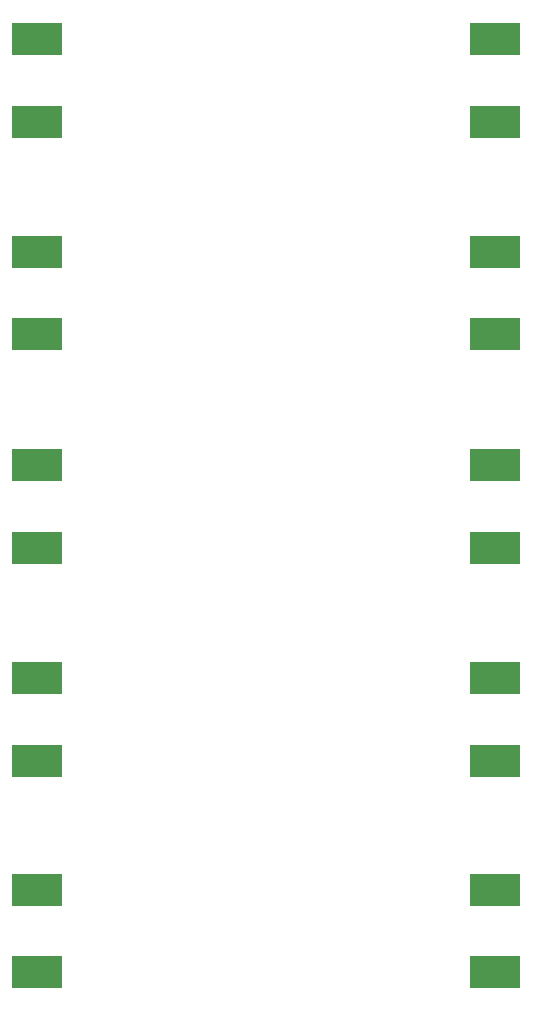
<source format=gbr>
G04 EAGLE Gerber RS-274X export*
G75*
%MOMM*%
%FSLAX34Y34*%
%LPD*%
%INSolderpaste Bottom*%
%IPPOS*%
%AMOC8*
5,1,8,0,0,1.08239X$1,22.5*%
G01*
%ADD10R,4.191000X2.667000*%


D10*
X21154Y45054D03*
X21154Y114946D03*
X21154Y765054D03*
X21154Y834946D03*
X408846Y114946D03*
X408846Y45054D03*
X408846Y293676D03*
X408846Y223784D03*
X21154Y223784D03*
X21154Y293676D03*
X408846Y474311D03*
X408846Y404419D03*
X21154Y404154D03*
X21154Y474046D03*
X408846Y654946D03*
X408846Y585054D03*
X21154Y585054D03*
X21154Y654946D03*
X408846Y834946D03*
X408846Y765054D03*
M02*

</source>
